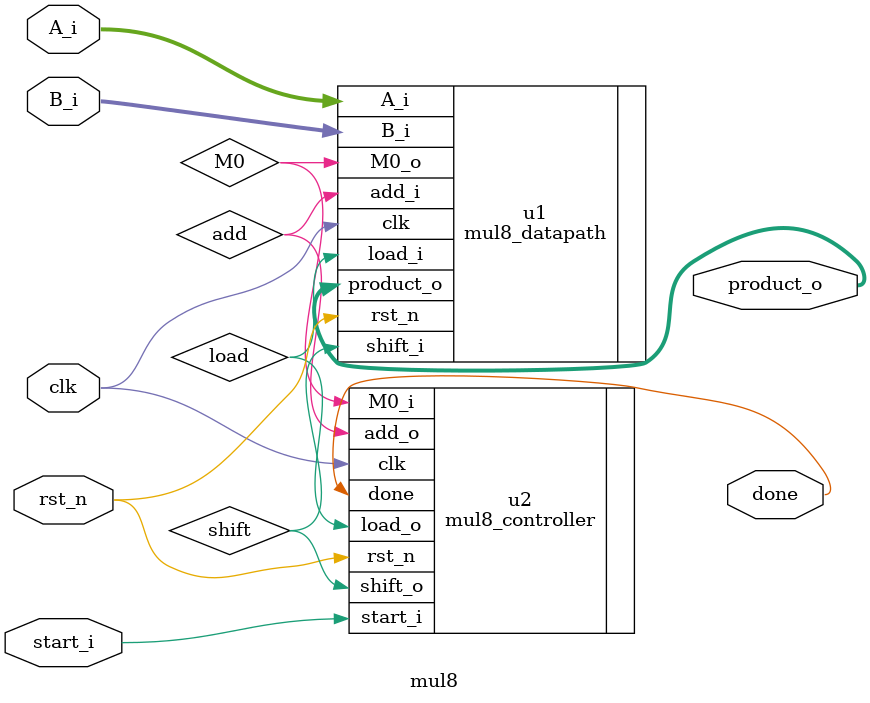
<source format=v>
module mul8(
    input clk, rst_n,
    input start_i,
    input [8-1 : 0] A_i, B_i,
    output [16-1 : 0] product_o,
    output done
);
    wire load, add, shift;
    wire M0;

    mul8_datapath u1 (
        .clk(clk), .rst_n(rst_n),
        .A_i(A_i), .B_i(B_i),
        .load_i(load), .add_i(add), .shift_i(shift),
        .product_o(product_o),
        .M0_o(M0)
    );

    mul8_controller u2 (
        .clk(clk), .rst_n(rst_n),
        .M0_i(M0), .start_i(start_i),
        .load_o(load), .add_o(add), .shift_o(shift),
        .done(done)
    );
endmodule
</source>
